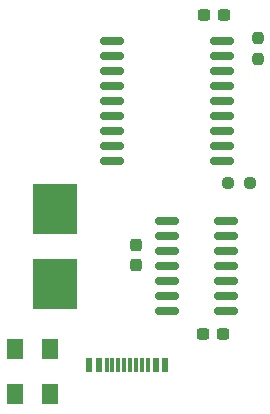
<source format=gtp>
G04 #@! TF.GenerationSoftware,KiCad,Pcbnew,9.0.7*
G04 #@! TF.CreationDate,2026-01-26T17:59:06-05:00*
G04 #@! TF.ProjectId,usbdbg,75736264-6267-42e6-9b69-6361645f7063,rev?*
G04 #@! TF.SameCoordinates,Original*
G04 #@! TF.FileFunction,Paste,Top*
G04 #@! TF.FilePolarity,Positive*
%FSLAX46Y46*%
G04 Gerber Fmt 4.6, Leading zero omitted, Abs format (unit mm)*
G04 Created by KiCad (PCBNEW 9.0.7) date 2026-01-26 17:59:06*
%MOMM*%
%LPD*%
G01*
G04 APERTURE LIST*
G04 Aperture macros list*
%AMRoundRect*
0 Rectangle with rounded corners*
0 $1 Rounding radius*
0 $2 $3 $4 $5 $6 $7 $8 $9 X,Y pos of 4 corners*
0 Add a 4 corners polygon primitive as box body*
4,1,4,$2,$3,$4,$5,$6,$7,$8,$9,$2,$3,0*
0 Add four circle primitives for the rounded corners*
1,1,$1+$1,$2,$3*
1,1,$1+$1,$4,$5*
1,1,$1+$1,$6,$7*
1,1,$1+$1,$8,$9*
0 Add four rect primitives between the rounded corners*
20,1,$1+$1,$2,$3,$4,$5,0*
20,1,$1+$1,$4,$5,$6,$7,0*
20,1,$1+$1,$6,$7,$8,$9,0*
20,1,$1+$1,$8,$9,$2,$3,0*%
G04 Aperture macros list end*
%ADD10R,0.304800X1.143000*%
%ADD11R,0.609600X1.143000*%
%ADD12RoundRect,0.237500X0.237500X-0.300000X0.237500X0.300000X-0.237500X0.300000X-0.237500X-0.300000X0*%
%ADD13RoundRect,0.237500X0.250000X0.237500X-0.250000X0.237500X-0.250000X-0.237500X0.250000X-0.237500X0*%
%ADD14RoundRect,0.150000X-0.875000X-0.150000X0.875000X-0.150000X0.875000X0.150000X-0.875000X0.150000X0*%
%ADD15RoundRect,0.150000X0.825000X0.150000X-0.825000X0.150000X-0.825000X-0.150000X0.825000X-0.150000X0*%
%ADD16RoundRect,0.237500X0.300000X0.237500X-0.300000X0.237500X-0.300000X-0.237500X0.300000X-0.237500X0*%
%ADD17RoundRect,0.237500X-0.237500X0.250000X-0.237500X-0.250000X0.237500X-0.250000X0.237500X0.250000X0*%
%ADD18RoundRect,0.250001X0.462499X0.624999X-0.462499X0.624999X-0.462499X-0.624999X0.462499X-0.624999X0*%
%ADD19R,3.810000X4.241800*%
G04 APERTURE END LIST*
D10*
G04 #@! TO.C,J4*
X183875059Y-70320051D03*
X184875060Y-70320051D03*
X186375059Y-70320051D03*
X187375060Y-70320051D03*
D11*
X188824999Y-70320051D03*
X188025000Y-70320051D03*
D10*
X186875000Y-70320051D03*
X185875000Y-70320051D03*
X185375000Y-70320051D03*
X184375000Y-70320051D03*
D11*
X183225000Y-70320051D03*
X182424999Y-70320051D03*
G04 #@! TD*
D12*
G04 #@! TO.C,C2*
X186350000Y-61862500D03*
X186350000Y-60137500D03*
G04 #@! TD*
D13*
G04 #@! TO.C,R3*
X195997302Y-54907807D03*
X194172302Y-54907807D03*
G04 #@! TD*
D14*
G04 #@! TO.C,U2*
X184375000Y-42845000D03*
X184375000Y-44115000D03*
X184375000Y-45385000D03*
X184375000Y-46655000D03*
X184375000Y-47925000D03*
X184375000Y-49195000D03*
X184375000Y-50465000D03*
X184375000Y-51735000D03*
X184375000Y-53005000D03*
X193675000Y-53005000D03*
X193675000Y-51735000D03*
X193675000Y-50465000D03*
X193675000Y-49195000D03*
X193675000Y-47925000D03*
X193675000Y-46655000D03*
X193675000Y-45385000D03*
X193675000Y-44115000D03*
X193675000Y-42845000D03*
G04 #@! TD*
D15*
G04 #@! TO.C,U1*
X193975000Y-65724900D03*
X193975000Y-64454900D03*
X193975000Y-63184900D03*
X193975000Y-61914900D03*
X193975000Y-60644900D03*
X193975000Y-59374900D03*
X193975000Y-58104900D03*
X189025000Y-58104900D03*
X189025000Y-59374900D03*
X189025000Y-60644900D03*
X189025000Y-61914900D03*
X189025000Y-63184900D03*
X189025000Y-64454900D03*
X189025000Y-65724900D03*
G04 #@! TD*
D16*
G04 #@! TO.C,C3*
X193862500Y-40650000D03*
X192137500Y-40650000D03*
G04 #@! TD*
D17*
G04 #@! TO.C,R4*
X196700000Y-42587500D03*
X196700000Y-44412500D03*
G04 #@! TD*
D18*
G04 #@! TO.C,D2*
X179087500Y-72725000D03*
X176112500Y-72725000D03*
G04 #@! TD*
G04 #@! TO.C,D1*
X179087500Y-68950000D03*
X176112500Y-68950000D03*
G04 #@! TD*
D16*
G04 #@! TO.C,C1*
X193762500Y-67625000D03*
X192037500Y-67625000D03*
G04 #@! TD*
D19*
G04 #@! TO.C,F1*
X179500000Y-57062300D03*
X179500000Y-63437700D03*
G04 #@! TD*
M02*

</source>
